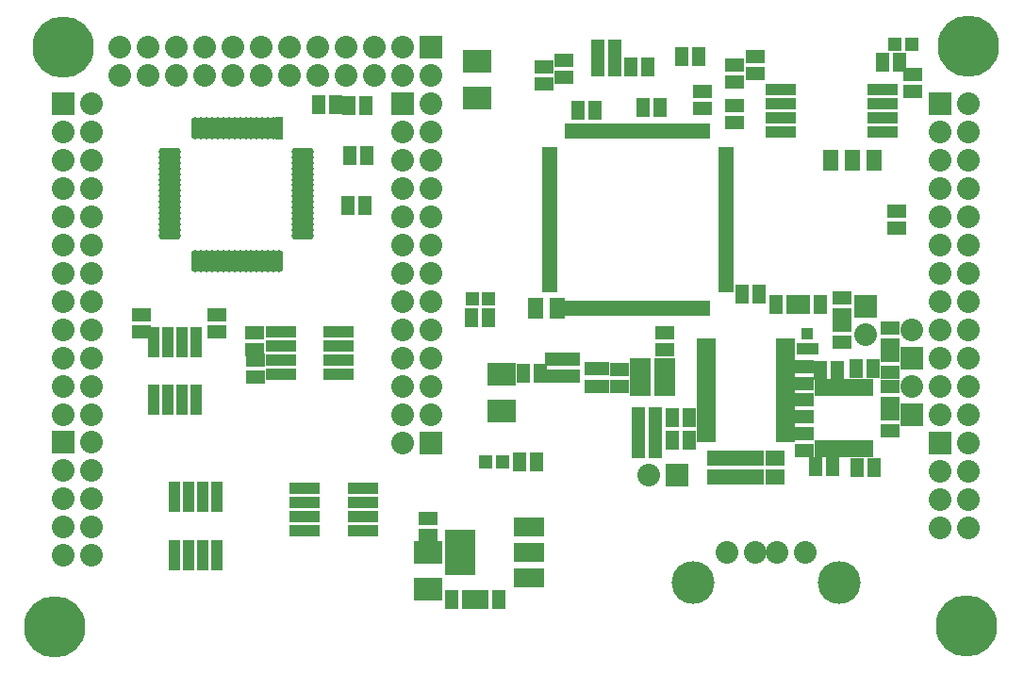
<source format=gts>
G04 (created by PCBNEW-RS274X (2011-05-31)-stable) date Fri 24 Feb 2012 05:38:00 PM COT*
G01*
G70*
G90*
%MOIN*%
G04 Gerber Fmt 3.4, Leading zero omitted, Abs format*
%FSLAX34Y34*%
G04 APERTURE LIST*
%ADD10C,0.006000*%
%ADD11R,0.106600X0.043600*%
%ADD12R,0.043600X0.106600*%
%ADD13C,0.216900*%
%ADD14R,0.108000X0.068000*%
%ADD15R,0.108000X0.162000*%
%ADD16R,0.035700X0.059300*%
%ADD17R,0.055000X0.028000*%
%ADD18R,0.028000X0.055000*%
%ADD19R,0.045000X0.065000*%
%ADD20R,0.065000X0.045000*%
%ADD21R,0.080000X0.080000*%
%ADD22C,0.080000*%
%ADD23R,0.100000X0.080000*%
%ADD24R,0.055000X0.075000*%
%ADD25R,0.070000X0.036000*%
%ADD26R,0.039600X0.043600*%
%ADD27R,0.035700X0.051400*%
%ADD28R,0.033800X0.055400*%
%ADD29R,0.075100X0.067200*%
%ADD30R,0.051400X0.051400*%
%ADD31R,0.029800X0.080000*%
%ADD32O,0.029800X0.080000*%
%ADD33O,0.080000X0.029800*%
%ADD34C,0.151000*%
G04 APERTURE END LIST*
G54D10*
G54D11*
X44218Y-46096D03*
X44218Y-45596D03*
X44218Y-45096D03*
X44218Y-44596D03*
X42172Y-44596D03*
X42172Y-45096D03*
X42172Y-45596D03*
X42172Y-46096D03*
X63461Y-37510D03*
X63461Y-37010D03*
X63461Y-36510D03*
X63461Y-36010D03*
X59839Y-36010D03*
X59839Y-36510D03*
X59839Y-37010D03*
X59839Y-37510D03*
G54D12*
X37673Y-46998D03*
X38173Y-46998D03*
X38673Y-46998D03*
X39173Y-46998D03*
X39173Y-44952D03*
X38673Y-44952D03*
X38173Y-44952D03*
X37673Y-44952D03*
G54D11*
X45070Y-51606D03*
X45070Y-51106D03*
X45070Y-50606D03*
X45070Y-50106D03*
X43024Y-50106D03*
X43024Y-50606D03*
X43024Y-51106D03*
X43024Y-51606D03*
G54D12*
X38415Y-52470D03*
X38915Y-52470D03*
X39415Y-52470D03*
X39915Y-52470D03*
X39915Y-50424D03*
X39415Y-50424D03*
X38915Y-50424D03*
X38415Y-50424D03*
G54D13*
X66425Y-54988D03*
X34500Y-34500D03*
X34197Y-55031D03*
X66500Y-34499D03*
G54D14*
X50941Y-53294D03*
X50941Y-52394D03*
X50941Y-51494D03*
G54D15*
X48501Y-52394D03*
G54D16*
X62966Y-46557D03*
X62716Y-46557D03*
X62466Y-46557D03*
X62216Y-46557D03*
X61966Y-46557D03*
X61716Y-46557D03*
X61466Y-46557D03*
X61216Y-46557D03*
X61216Y-48721D03*
X61466Y-48721D03*
X61716Y-48721D03*
X61966Y-48721D03*
X62216Y-48721D03*
X62466Y-48721D03*
X62716Y-48721D03*
X62966Y-48721D03*
G54D17*
X57919Y-43054D03*
G54D18*
X57228Y-37495D03*
G54D17*
X51669Y-38186D03*
G54D18*
X52360Y-43745D03*
G54D17*
X57919Y-42897D03*
G54D18*
X57071Y-37495D03*
G54D17*
X51669Y-38343D03*
G54D18*
X52517Y-43745D03*
G54D17*
X57919Y-42740D03*
G54D18*
X56914Y-37495D03*
G54D17*
X51669Y-38500D03*
G54D18*
X52674Y-43745D03*
G54D17*
X57919Y-42583D03*
G54D18*
X56757Y-37495D03*
G54D17*
X51669Y-38657D03*
G54D18*
X52831Y-43745D03*
G54D17*
X57919Y-42426D03*
G54D18*
X56600Y-37495D03*
G54D17*
X51669Y-38814D03*
G54D18*
X52988Y-43745D03*
G54D17*
X57919Y-42269D03*
G54D18*
X56443Y-37495D03*
G54D17*
X51669Y-38971D03*
G54D18*
X53145Y-43745D03*
G54D17*
X57919Y-42112D03*
G54D18*
X56286Y-37495D03*
G54D17*
X51669Y-39128D03*
G54D18*
X53302Y-43745D03*
G54D17*
X57919Y-41955D03*
G54D18*
X56129Y-37495D03*
G54D17*
X51669Y-39285D03*
G54D18*
X53459Y-43745D03*
G54D17*
X57919Y-41798D03*
G54D18*
X55972Y-37495D03*
G54D17*
X51669Y-39442D03*
G54D18*
X53616Y-43745D03*
G54D17*
X57919Y-41641D03*
G54D18*
X55815Y-37495D03*
G54D17*
X51669Y-39599D03*
G54D18*
X53773Y-43745D03*
G54D17*
X57919Y-41484D03*
G54D18*
X55658Y-37495D03*
G54D17*
X51669Y-39756D03*
G54D18*
X53930Y-43745D03*
G54D17*
X57919Y-41327D03*
G54D18*
X55501Y-37495D03*
G54D17*
X51669Y-39913D03*
G54D18*
X54087Y-43745D03*
G54D17*
X57919Y-41170D03*
G54D18*
X55344Y-37495D03*
G54D17*
X51669Y-40070D03*
G54D18*
X54244Y-43745D03*
G54D17*
X57919Y-41013D03*
G54D18*
X55187Y-37495D03*
G54D17*
X51669Y-40227D03*
G54D18*
X54401Y-43745D03*
G54D17*
X57919Y-40856D03*
G54D18*
X55030Y-37495D03*
G54D17*
X51669Y-40384D03*
G54D18*
X54558Y-43745D03*
G54D17*
X57919Y-40699D03*
G54D18*
X54873Y-37495D03*
G54D17*
X51669Y-40541D03*
G54D18*
X54715Y-43745D03*
G54D17*
X57919Y-40542D03*
G54D18*
X54716Y-37495D03*
G54D17*
X51669Y-40698D03*
G54D18*
X54872Y-43745D03*
G54D17*
X57919Y-40385D03*
G54D18*
X54559Y-37495D03*
G54D17*
X51669Y-40855D03*
G54D18*
X55029Y-43745D03*
G54D17*
X57919Y-40228D03*
G54D18*
X54402Y-37495D03*
G54D17*
X51669Y-41012D03*
G54D18*
X55186Y-43745D03*
G54D17*
X57919Y-40071D03*
G54D18*
X54245Y-37495D03*
G54D17*
X51669Y-41169D03*
G54D18*
X55343Y-43745D03*
G54D17*
X57919Y-39914D03*
G54D18*
X54088Y-37495D03*
G54D17*
X51669Y-41326D03*
G54D18*
X55500Y-43745D03*
G54D17*
X57919Y-39757D03*
G54D18*
X53931Y-37495D03*
G54D17*
X51669Y-41483D03*
G54D18*
X55657Y-43745D03*
G54D17*
X57919Y-39600D03*
G54D18*
X53774Y-37495D03*
G54D17*
X51669Y-41640D03*
G54D18*
X55814Y-43745D03*
G54D17*
X57919Y-39443D03*
G54D18*
X53617Y-37495D03*
G54D17*
X51669Y-41797D03*
G54D18*
X55971Y-43745D03*
G54D17*
X57919Y-39286D03*
G54D18*
X53460Y-37495D03*
G54D17*
X51669Y-41954D03*
G54D18*
X56128Y-43745D03*
G54D17*
X57919Y-39129D03*
G54D18*
X53303Y-37495D03*
G54D17*
X51669Y-42111D03*
G54D18*
X56285Y-43745D03*
G54D17*
X57919Y-38972D03*
G54D18*
X53146Y-37495D03*
G54D17*
X51669Y-42268D03*
G54D18*
X56442Y-43745D03*
G54D17*
X57919Y-38815D03*
G54D18*
X52989Y-37495D03*
G54D17*
X51669Y-42425D03*
G54D18*
X56599Y-43745D03*
G54D17*
X57919Y-38658D03*
G54D18*
X52832Y-37495D03*
G54D17*
X51669Y-42582D03*
G54D18*
X56756Y-43745D03*
G54D17*
X57919Y-38501D03*
G54D18*
X52675Y-37495D03*
G54D17*
X51669Y-42739D03*
G54D18*
X56913Y-43745D03*
G54D17*
X57919Y-38344D03*
G54D18*
X52518Y-37495D03*
G54D17*
X51669Y-42896D03*
G54D18*
X57070Y-43745D03*
G54D17*
X57919Y-38187D03*
G54D18*
X52361Y-37495D03*
G54D17*
X51669Y-43053D03*
G54D18*
X57227Y-43745D03*
G54D19*
X62515Y-45898D03*
X63115Y-45898D03*
X61836Y-45934D03*
X61236Y-45934D03*
X63143Y-49367D03*
X62543Y-49367D03*
X61678Y-49358D03*
X61078Y-49358D03*
X52692Y-36752D03*
X53292Y-36752D03*
G54D20*
X64508Y-35487D03*
X64508Y-36087D03*
G54D19*
X48913Y-44075D03*
X49513Y-44075D03*
X64040Y-35039D03*
X63440Y-35039D03*
G54D20*
X58209Y-37170D03*
X58209Y-36570D03*
G54D19*
X51211Y-49181D03*
X50611Y-49181D03*
X60269Y-43622D03*
X59669Y-43622D03*
G54D21*
X65500Y-36500D03*
G54D22*
X66500Y-36500D03*
X65500Y-37500D03*
X66500Y-37500D03*
X65500Y-38500D03*
X66500Y-38500D03*
X65500Y-39500D03*
X66500Y-39500D03*
X65500Y-40500D03*
X66500Y-40500D03*
X65500Y-41500D03*
X66500Y-41500D03*
X65500Y-42500D03*
X66500Y-42500D03*
X65500Y-43500D03*
X66500Y-43500D03*
X65500Y-44500D03*
X66500Y-44500D03*
X65500Y-45500D03*
X66500Y-45500D03*
X65500Y-46500D03*
X66500Y-46500D03*
X65500Y-47500D03*
X66500Y-47500D03*
G54D23*
X50000Y-46082D03*
X50000Y-47382D03*
G54D24*
X51938Y-43752D03*
X51188Y-43752D03*
G54D20*
X52185Y-35595D03*
X52185Y-34995D03*
X51476Y-35812D03*
X51476Y-35212D03*
G54D19*
X53981Y-34567D03*
X53381Y-34567D03*
X53981Y-35217D03*
X53381Y-35217D03*
X54562Y-35217D03*
X55162Y-35217D03*
X56334Y-34843D03*
X56934Y-34843D03*
G54D20*
X58209Y-35153D03*
X58209Y-35753D03*
X57087Y-36698D03*
X57087Y-36098D03*
G54D19*
X55576Y-36634D03*
X54976Y-36634D03*
G54D20*
X58965Y-35434D03*
X58965Y-34834D03*
X62025Y-44361D03*
X62025Y-44961D03*
X63705Y-46530D03*
X63705Y-47130D03*
X62025Y-43993D03*
X62025Y-43393D03*
X63957Y-40910D03*
X63957Y-40310D03*
X63704Y-45417D03*
X63704Y-46017D03*
G54D19*
X55410Y-48717D03*
X54810Y-48717D03*
X55410Y-48146D03*
X54810Y-48146D03*
X55410Y-47571D03*
X54810Y-47571D03*
G54D20*
X52409Y-45550D03*
X52409Y-46150D03*
G54D19*
X51363Y-46055D03*
X50763Y-46055D03*
G54D20*
X51835Y-46150D03*
X51835Y-45550D03*
X54165Y-45909D03*
X54165Y-46509D03*
X55740Y-44625D03*
X55740Y-45225D03*
G54D21*
X65500Y-48500D03*
G54D22*
X66500Y-48500D03*
X65500Y-49500D03*
X66500Y-49500D03*
X65500Y-50500D03*
X66500Y-50500D03*
X65500Y-51500D03*
X66500Y-51500D03*
G54D21*
X64500Y-47500D03*
G54D22*
X64500Y-46500D03*
G54D21*
X64500Y-45500D03*
G54D22*
X64500Y-44500D03*
G54D21*
X47500Y-48500D03*
G54D22*
X46500Y-48500D03*
G54D21*
X62851Y-43673D03*
G54D22*
X62851Y-44673D03*
G54D20*
X63704Y-44452D03*
X63704Y-45052D03*
G54D19*
X58476Y-43264D03*
X59076Y-43264D03*
G54D20*
X63709Y-48098D03*
X63709Y-47498D03*
G54D19*
X61265Y-43622D03*
X60665Y-43622D03*
G54D25*
X60022Y-48327D03*
X60022Y-48077D03*
X60022Y-47817D03*
X60022Y-47557D03*
X60022Y-47307D03*
X60022Y-47047D03*
X60022Y-46787D03*
X60022Y-46537D03*
X60022Y-46277D03*
X60022Y-46027D03*
X60022Y-45767D03*
X60022Y-45507D03*
X60022Y-45257D03*
X60022Y-44997D03*
X57222Y-44997D03*
X57222Y-45257D03*
X57222Y-45497D03*
X57222Y-45767D03*
X57222Y-46027D03*
X57222Y-46277D03*
X57222Y-46537D03*
X57222Y-46787D03*
X57222Y-47047D03*
X57222Y-47307D03*
X57222Y-47557D03*
X57222Y-47817D03*
X57222Y-48077D03*
X57222Y-48327D03*
G54D20*
X60693Y-48784D03*
X60693Y-48184D03*
X60697Y-46430D03*
X60697Y-45830D03*
X60697Y-46980D03*
X60697Y-47580D03*
G54D21*
X46500Y-36500D03*
G54D22*
X47500Y-36500D03*
X46500Y-37500D03*
X47500Y-37500D03*
X46500Y-38500D03*
X47500Y-38500D03*
X46500Y-39500D03*
X47500Y-39500D03*
X46500Y-40500D03*
X47500Y-40500D03*
X46500Y-41500D03*
X47500Y-41500D03*
X46500Y-42500D03*
X47500Y-42500D03*
X46500Y-43500D03*
X47500Y-43500D03*
X46500Y-44500D03*
X47500Y-44500D03*
X46500Y-45500D03*
X47500Y-45500D03*
X46500Y-46500D03*
X47500Y-46500D03*
X46500Y-47500D03*
X47500Y-47500D03*
G54D26*
X60603Y-45168D03*
X60995Y-45168D03*
X60799Y-44658D03*
G54D27*
X53605Y-45887D03*
X53350Y-45887D03*
X53095Y-45887D03*
X53095Y-46515D03*
X53350Y-46515D03*
X53605Y-46515D03*
G54D28*
X57413Y-49713D03*
X57413Y-49044D03*
X57748Y-49044D03*
X57748Y-49713D03*
X59472Y-49713D03*
X59472Y-49044D03*
X59807Y-49044D03*
X59807Y-49713D03*
X58764Y-49720D03*
X58764Y-49051D03*
X59099Y-49051D03*
X59099Y-49720D03*
X58083Y-49713D03*
X58083Y-49044D03*
X58418Y-49044D03*
X58418Y-49713D03*
G54D29*
X55740Y-45862D03*
X54874Y-45862D03*
X54874Y-46531D03*
X55740Y-46531D03*
G54D21*
X56193Y-49654D03*
G54D22*
X55193Y-49654D03*
G54D30*
X49415Y-49181D03*
X50005Y-49181D03*
X64468Y-34409D03*
X63878Y-34409D03*
X48937Y-43425D03*
X49527Y-43425D03*
G54D23*
X49122Y-36315D03*
X49122Y-35015D03*
G54D19*
X49895Y-54063D03*
X49295Y-54063D03*
X48229Y-54063D03*
X48829Y-54063D03*
X45180Y-36588D03*
X44580Y-36588D03*
X43530Y-36563D03*
X44130Y-36563D03*
X44605Y-38363D03*
X45205Y-38363D03*
G54D31*
X42115Y-37381D03*
G54D32*
X41918Y-37381D03*
X41721Y-37381D03*
X41524Y-37381D03*
X41327Y-37381D03*
X41131Y-37381D03*
X40934Y-37381D03*
X40737Y-37381D03*
X40540Y-37381D03*
X40343Y-37381D03*
X40146Y-37381D03*
X39950Y-37381D03*
X39753Y-37381D03*
X39556Y-37381D03*
X39359Y-37381D03*
X39162Y-37381D03*
G54D33*
X38264Y-38216D03*
X38264Y-38413D03*
X38264Y-38610D03*
X38264Y-38807D03*
X38264Y-39004D03*
X38264Y-39200D03*
X38264Y-39397D03*
X38264Y-39594D03*
X38264Y-39791D03*
X38264Y-39988D03*
X38264Y-40185D03*
X38264Y-40381D03*
X38264Y-40578D03*
X38264Y-40775D03*
X38264Y-40972D03*
X38264Y-41169D03*
G54D32*
X39162Y-42067D03*
X39359Y-42067D03*
X39556Y-42067D03*
X39753Y-42067D03*
X39950Y-42067D03*
X40146Y-42067D03*
X40343Y-42067D03*
X40540Y-42067D03*
X40737Y-42067D03*
X40934Y-42067D03*
X41131Y-42067D03*
X41327Y-42067D03*
X41524Y-42067D03*
X41721Y-42067D03*
X41918Y-42067D03*
X42115Y-42067D03*
G54D33*
X42950Y-41169D03*
X42950Y-40972D03*
X42950Y-40578D03*
X42957Y-40775D03*
X42950Y-40381D03*
X42950Y-40185D03*
X42950Y-39988D03*
X42950Y-39791D03*
X42950Y-39594D03*
X42950Y-39397D03*
X42950Y-39203D03*
X42950Y-39006D03*
X42950Y-38809D03*
X42950Y-38612D03*
X42950Y-38416D03*
X42950Y-38219D03*
G54D23*
X47398Y-52397D03*
X47398Y-53697D03*
G54D20*
X47394Y-51788D03*
X47394Y-51188D03*
G54D21*
X34500Y-36500D03*
G54D22*
X35500Y-36500D03*
X34500Y-37500D03*
X35500Y-37500D03*
X34500Y-38500D03*
X35500Y-38500D03*
X34500Y-39500D03*
X35500Y-39500D03*
X34500Y-40500D03*
X35500Y-40500D03*
X34500Y-41500D03*
X35500Y-41500D03*
X34500Y-42500D03*
X35500Y-42500D03*
X34500Y-43500D03*
X35500Y-43500D03*
X34500Y-44500D03*
X35500Y-44500D03*
X34500Y-45500D03*
X35500Y-45500D03*
X34500Y-46500D03*
X35500Y-46500D03*
X34500Y-47500D03*
X35500Y-47500D03*
G54D21*
X47500Y-34500D03*
G54D22*
X47500Y-35500D03*
X46500Y-34500D03*
X46500Y-35500D03*
X45500Y-34500D03*
X45500Y-35500D03*
X44500Y-34500D03*
X44500Y-35500D03*
X43500Y-34500D03*
X43500Y-35500D03*
X42500Y-34500D03*
X42500Y-35500D03*
X41500Y-34500D03*
X41500Y-35500D03*
X40500Y-34500D03*
X40500Y-35500D03*
X39500Y-34500D03*
X39500Y-35500D03*
X38500Y-34500D03*
X38500Y-35500D03*
X37500Y-34500D03*
X37500Y-35500D03*
X36500Y-34500D03*
X36500Y-35500D03*
G54D20*
X39921Y-43980D03*
X39921Y-44580D03*
X37256Y-43991D03*
X37256Y-44591D03*
G54D19*
X56620Y-48406D03*
X56020Y-48406D03*
X56612Y-47602D03*
X56012Y-47602D03*
G54D20*
X41272Y-45588D03*
X41272Y-46188D03*
X41264Y-45200D03*
X41264Y-44600D03*
G54D19*
X44545Y-40105D03*
X45145Y-40105D03*
G54D21*
X34490Y-48499D03*
G54D22*
X35490Y-48499D03*
X34490Y-49499D03*
X35490Y-49499D03*
X34490Y-50499D03*
X35490Y-50499D03*
X34490Y-51499D03*
X35490Y-51499D03*
X34490Y-52499D03*
X35490Y-52499D03*
X59729Y-52371D03*
X58941Y-52371D03*
X60713Y-52371D03*
G54D34*
X61920Y-53441D03*
X56750Y-53441D03*
G54D22*
X57957Y-52371D03*
G54D24*
X63135Y-38520D03*
X62385Y-38520D03*
X62380Y-38524D03*
X61630Y-38524D03*
M02*

</source>
